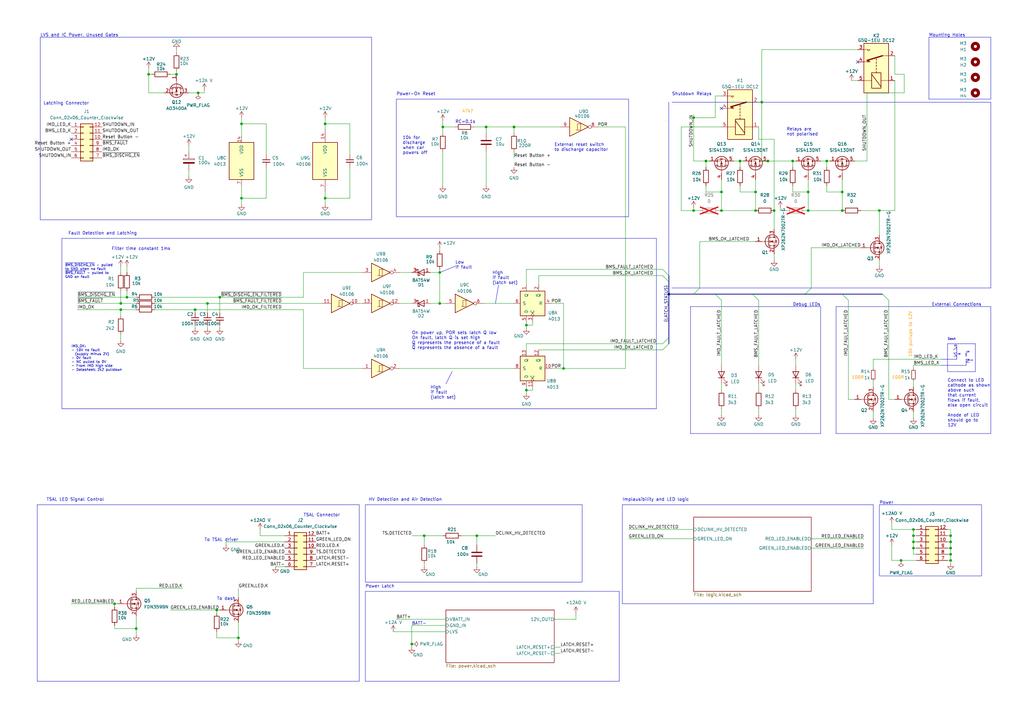
<source format=kicad_sch>
(kicad_sch (version 20231120) (generator "eeschema") (generator_version "8.0")
  (paper "A3")
  (title_block (title "TSAL & Latching Integrated") (date "2025-03-23") (company "SUFST - Southampton University Formula Student Team") (comment 1 "Checked By:") (comment 2 "Drawn By: Oliver Taylor, Anthony Tan, Andrew Vas, Ethan Turnbull") (comment 3 "Vehicle: STAG 11"))
  (junction (at 374.65 222.25))
  (junction (at 173.99 219.71))
  (junction (at 52.07 121.92))
  (junction (at 274.32 120.65))
  (junction (at 72.39 30.48))
  (junction (at 195.58 219.71))
  (junction (at 168.91 264.16))
  (junction (at 374.65 219.71))
  (junction (at 331.47 86.36))
  (junction (at 60.96 30.48))
  (junction (at 314.96 66.04))
  (junction (at 97.79 261.62))
  (junction (at 360.68 86.36))
  (junction (at 231.14 151.13))
  (junction (at 49.53 124.46))
  (junction (at 199.39 52.07))
  (junction (at 374.65 224.79))
  (junction (at 389.89 222.25))
  (junction (at 215.9 160.02))
  (junction (at 345.44 78.74))
  (junction (at 80.01 127))
  (junction (at 99.06 50.8))
  (junction (at 49.53 127))
  (junction (at 180.34 124.46))
  (junction (at 81.28 38.1))
  (junction (at 133.35 81.28))
  (junction (at 295.91 86.36))
  (junction (at 210.82 52.07))
  (junction (at 99.06 81.28))
  (junction (at 88.9 250.19))
  (junction (at 331.47 78.74))
  (junction (at 389.89 224.79))
  (junction (at 133.35 50.8))
  (junction (at 374.65 217.17))
  (junction (at 90.17 121.92))
  (junction (at 85.09 124.46))
  (junction (at 181.61 52.07))
  (junction (at 284.48 48.26))
  (junction (at 180.34 111.76))
  (junction (at 339.09 66.04))
  (junction (at 215.9 133.35))
  (junction (at 345.44 86.36))
  (junction (at 309.88 78.74))
  (junction (at 389.89 227.33))
  (junction (at 389.89 219.71))
  (junction (at 289.56 66.04))
  (junction (at 55.88 257.81))
  (junction (at 325.12 66.04))
  (junction (at 309.88 86.36))
  (junction (at 389.89 229.87))
  (junction (at 295.91 78.74))
  (junction (at 369.57 229.87))
  (junction (at 312.42 41.91))
  (junction (at 46.99 247.65))
  (junction (at 303.53 66.04))
  (junction (at 284.48 86.36))
  (junction (at 317.5 86.36))
  (no_connect (at 29.21 57.15))
  (no_connect (at 295.91 44.45))
  (no_connect (at 351.79 25.4))
  (bus_entry (at 271.78 110.49) (size 2.54 2.54))
  (bus_entry (at 330.2 120.65) (size 2.54 -2.54))
  (bus_entry (at 308.61 120.65) (size 2.54 2.54))
  (bus_entry (at 293.37 120.65) (size 2.54 2.54))
  (bus_entry (at 345.44 120.65) (size 2.54 2.54))
  (bus_entry (at 361.95 120.65) (size 2.54 2.54))
  (bus_entry (at 271.78 113.03) (size 2.54 2.54))
  (bus_entry (at 271.78 140.97) (size 2.54 -2.54))
  (bus_entry (at 284.48 120.65) (size 2.54 -2.54))
  (bus_entry (at 271.78 143.51) (size 2.54 -2.54))
  (wire (pts (xy 284.48 86.36) (xy 279.4 86.36)))
  (polyline (pts (xy 381 40.64) (xy 406.4 40.64)))
  (wire (pts (xy 289.56 78.74) (xy 295.91 78.74)))
  (wire (pts (xy 85.09 124.46) (xy 63.5 124.46)))
  (polyline (pts (xy 147.32 279.4) (xy 147.32 207.01)))
  (wire (pts (xy 358.14 168.91) (xy 358.14 171.45)))
  (polyline (pts (xy 342.9 177.8) (xy 406.4 177.8)))
  (wire (pts (xy 365.76 229.87) (xy 369.57 229.87)))
  (wire (pts (xy 257.81 217.17) (xy 284.48 217.17)))
  (wire (pts (xy 231.14 151.13) (xy 231.14 124.46)))
  (wire (pts (xy 374.65 222.25) (xy 374.65 224.79)))
  (wire (pts (xy 227.33 254) (xy 236.22 254)))
  (wire (pts (xy 374.65 219.71) (xy 374.65 222.25)))
  (wire (pts (xy 317.5 104.14) (xy 317.5 106.68)))
  (wire (pts (xy 351.79 20.32) (xy 312.42 20.32)))
  (wire (pts (xy 365.76 223.52) (xy 365.76 229.87)))
  (wire (pts (xy 199.39 52.07) (xy 199.39 54.61)))
  (wire (pts (xy 374.65 227.33) (xy 375.92 227.33)))
  (wire (pts (xy 295.91 78.74) (xy 295.91 73.66)))
  (bus (pts (xy 293.37 120.65) (xy 308.61 120.65)))
  (polyline (pts (xy 254 242.57) (xy 254 279.4)))
  (wire (pts (xy 350.52 163.83) (xy 347.98 163.83)))
  (wire (pts (xy 143.51 50.8) (xy 143.51 63.5)))
  (bus (pts (xy 274.32 138.43) (xy 274.32 140.97)))
  (wire (pts (xy 77.47 69.85) (xy 77.47 72.39)))
  (wire (pts (xy 92.71 222.25) (xy 116.84 222.25)))
  (wire (pts (xy 370.84 30.48) (xy 370.84 38.1)))
  (wire (pts (xy 180.34 124.46) (xy 182.88 124.46)))
  (wire (pts (xy 339.09 76.2) (xy 339.09 78.74)))
  (wire (pts (xy 227.33 267.97) (xy 229.87 267.97)))
  (wire (pts (xy 148.59 124.46) (xy 147.32 124.46)))
  (wire (pts (xy 85.09 124.46) (xy 132.08 124.46)))
  (wire (pts (xy 293.37 39.37) (xy 295.91 39.37)))
  (wire (pts (xy 218.44 133.35) (xy 215.9 133.35)))
  (wire (pts (xy 74.93 241.3) (xy 55.88 241.3)))
  (wire (pts (xy 309.88 78.74) (xy 309.88 73.66)))
  (wire (pts (xy 389.89 224.79) (xy 389.89 227.33)))
  (wire (pts (xy 80.01 127) (xy 80.01 128.27)))
  (wire (pts (xy 365.76 217.17) (xy 374.65 217.17)))
  (wire (pts (xy 55.88 252.73) (xy 55.88 257.81)))
  (wire (pts (xy 388.62 217.17) (xy 389.89 217.17)))
  (wire (pts (xy 326.39 157.48) (xy 326.39 160.02)))
  (wire (pts (xy 49.53 119.38) (xy 49.53 124.46)))
  (wire (pts (xy 375.92 222.25) (xy 374.65 222.25)))
  (polyline (pts (xy 396.24 144.78) (xy 396.24 146.05)) (stroke (width 0) (type solid)))
  (wire (pts (xy 163.83 151.13) (xy 210.82 151.13)))
  (wire (pts (xy 303.53 76.2) (xy 303.53 78.74)))
  (polyline (pts (xy 342.9 125.73) (xy 406.4 125.73)))
  (wire (pts (xy 284.48 48.26) (xy 284.48 66.04)))
  (wire (pts (xy 325.12 66.04) (xy 326.39 66.04)))
  (wire (pts (xy 295.91 157.48) (xy 295.91 160.02)))
  (wire (pts (xy 46.99 257.81) (xy 55.88 257.81)))
  (wire (pts (xy 326.39 167.64) (xy 326.39 170.18)))
  (wire (pts (xy 311.15 123.19) (xy 311.15 149.86)))
  (wire (pts (xy 180.34 111.76) (xy 180.34 124.46)))
  (wire (pts (xy 195.58 231.14) (xy 195.58 232.41)))
  (polyline (pts (xy 396.24 148.59) (xy 397.51 148.59)) (stroke (width 0) (type solid)))
  (wire (pts (xy 215.9 140.97) (xy 215.9 143.51)))
  (wire (pts (xy 332.74 101.6) (xy 332.74 118.11)))
  (wire (pts (xy 295.91 167.64) (xy 295.91 170.18)))
  (wire (pts (xy 88.9 259.08) (xy 88.9 261.62)))
  (wire (pts (xy 374.65 224.79) (xy 374.65 227.33)))
  (polyline (pts (xy 203.2 124.46) (xy 204.47 116.84)))
  (wire (pts (xy 303.53 66.04) (xy 303.53 68.58)))
  (wire (pts (xy 374.65 156.21) (xy 374.65 158.75)))
  (wire (pts (xy 195.58 219.71) (xy 195.58 223.52)))
  (wire (pts (xy 388.62 229.87) (xy 389.89 229.87)))
  (wire (pts (xy 220.98 113.03) (xy 220.98 116.84)))
  (wire (pts (xy 374.65 149.86) (xy 386.08 149.86)))
  (wire (pts (xy 220.98 143.51) (xy 271.78 143.51)))
  (wire (pts (xy 109.22 68.58) (xy 109.22 81.28)))
  (wire (pts (xy 181.61 62.23) (xy 181.61 76.2)))
  (bus (pts (xy 330.2 120.65) (xy 345.44 120.65)))
  (wire (pts (xy 388.62 227.33) (xy 389.89 227.33)))
  (wire (pts (xy 311.15 167.64) (xy 311.15 170.18)))
  (wire (pts (xy 325.12 76.2) (xy 325.12 78.74)))
  (wire (pts (xy 218.44 158.75) (xy 218.44 160.02)))
  (polyline (pts (xy 25.4 167.64) (xy 269.24 167.64)))
  (wire (pts (xy 332.74 101.6) (xy 353.06 101.6)))
  (wire (pts (xy 99.06 81.28) (xy 99.06 83.82)))
  (wire (pts (xy 303.53 78.74) (xy 309.88 78.74)))
  (wire (pts (xy 388.62 219.71) (xy 389.89 219.71)))
  (wire (pts (xy 133.35 78.74) (xy 133.35 81.28)))
  (wire (pts (xy 83.82 38.1) (xy 81.28 38.1)))
  (wire (pts (xy 309.88 78.74) (xy 309.88 86.36)))
  (polyline (pts (xy 386.08 149.86) (xy 396.24 149.86)) (stroke (width 0) (type solid)))
  (wire (pts (xy 99.06 48.26) (xy 99.06 50.8)))
  (wire (pts (xy 317.5 57.15) (xy 317.5 86.36)))
  (wire (pts (xy 349.25 33.02) (xy 351.79 33.02)))
  (wire (pts (xy 46.99 256.54) (xy 46.99 257.81)))
  (wire (pts (xy 210.82 52.07) (xy 229.87 52.07)))
  (wire (pts (xy 339.09 66.04) (xy 340.36 66.04)))
  (wire (pts (xy 364.49 123.19) (xy 364.49 163.83)))
  (wire (pts (xy 312.42 41.91) (xy 312.42 66.04)))
  (wire (pts (xy 332.74 220.98) (xy 354.33 220.98)))
  (wire (pts (xy 331.47 78.74) (xy 331.47 73.66)))
  (wire (pts (xy 31.75 121.92) (xy 52.07 121.92)))
  (wire (pts (xy 227.33 265.43) (xy 229.87 265.43)))
  (wire (pts (xy 99.06 50.8) (xy 99.06 55.88)))
  (wire (pts (xy 80.01 127) (xy 124.46 127)))
  (wire (pts (xy 176.53 124.46) (xy 180.34 124.46)))
  (wire (pts (xy 374.65 217.17) (xy 374.65 219.71)))
  (bus (pts (xy 274.32 115.57) (xy 274.32 120.65)))
  (wire (pts (xy 360.68 86.36) (xy 360.68 96.52)))
  (polyline (pts (xy 392.43 144.78) (xy 392.43 142.24)) (stroke (width 0) (type solid)))
  (wire (pts (xy 49.53 127) (xy 49.53 129.54)))
  (wire (pts (xy 320.04 86.36) (xy 322.58 86.36)))
  (wire (pts (xy 317.5 86.36) (xy 317.5 93.98)))
  (wire (pts (xy 218.44 160.02) (xy 215.9 160.02)))
  (wire (pts (xy 168.91 264.16) (xy 168.91 265.43)))
  (polyline (pts (xy 396.24 147.32) (xy 396.24 148.59)) (stroke (width 0) (type solid)))
  (polyline (pts (xy 147.32 207.01) (xy 15.24 207.01)))
  (wire (pts (xy 133.35 50.8) (xy 143.51 50.8)))
  (wire (pts (xy 88.9 251.46) (xy 88.9 250.19)))
  (wire (pts (xy 284.48 46.99) (xy 284.48 48.26)))
  (wire (pts (xy 60.96 30.48) (xy 62.23 30.48)))
  (wire (pts (xy 374.65 219.71) (xy 375.92 219.71)))
  (wire (pts (xy 287.02 99.06) (xy 309.88 99.06)))
  (wire (pts (xy 374.65 224.79) (xy 375.92 224.79)))
  (wire (pts (xy 215.9 133.35) (xy 215.9 134.62)))
  (wire (pts (xy 77.47 38.1) (xy 81.28 38.1)))
  (wire (pts (xy 284.48 66.04) (xy 289.56 66.04)))
  (wire (pts (xy 325.12 78.74) (xy 331.47 78.74)))
  (wire (pts (xy 148.59 151.13) (xy 124.46 151.13)))
  (wire (pts (xy 331.47 78.74) (xy 331.47 86.36)))
  (wire (pts (xy 176.53 111.76) (xy 180.34 111.76)))
  (wire (pts (xy 367.03 33.02) (xy 367.03 86.36)))
  (wire (pts (xy 83.82 36.83) (xy 83.82 38.1)))
  (wire (pts (xy 109.22 50.8) (xy 109.22 63.5)))
  (wire (pts (xy 311.15 57.15) (xy 317.5 57.15)))
  (wire (pts (xy 198.12 124.46) (xy 210.82 124.46)))
  (wire (pts (xy 358.14 147.32) (xy 358.14 151.13)))
  (polyline (pts (xy 406.4 177.8) (xy 406.4 125.73)))
  (wire (pts (xy 311.15 52.07) (xy 311.15 57.15)))
  (wire (pts (xy 358.14 156.21) (xy 358.14 158.75)))
  (polyline (pts (xy 392.43 142.24) (xy 392.43 143.51)) (stroke (width 0) (type solid)))
  (wire (pts (xy 257.81 220.98) (xy 284.48 220.98)))
  (wire (pts (xy 287.02 99.06) (xy 287.02 118.11)))
  (wire (pts (xy 388.62 224.79) (xy 389.89 224.79)))
  (wire (pts (xy 162.56 254) (xy 182.88 254)))
  (wire (pts (xy 31.75 124.46) (xy 49.53 124.46)))
  (polyline (pts (xy 391.16 146.05) (xy 392.43 146.05)) (stroke (width 0) (type solid)))
  (wire (pts (xy 311.15 157.48) (xy 311.15 160.02)))
  (wire (pts (xy 389.89 222.25) (xy 389.89 224.79)))
  (bus (pts (xy 274.32 120.65) (xy 284.48 120.65)))
  (wire (pts (xy 90.17 121.92) (xy 63.5 121.92)))
  (wire (pts (xy 312.42 20.32) (xy 312.42 41.91)))
  (wire (pts (xy 180.34 101.6) (xy 180.34 102.87)))
  (wire (pts (xy 148.59 111.76) (xy 124.46 111.76)))
  (wire (pts (xy 173.99 219.71) (xy 181.61 219.71)))
  (wire (pts (xy 46.99 247.65) (xy 48.26 247.65)))
  (wire (pts (xy 168.91 256.54) (xy 168.91 264.16)))
  (wire (pts (xy 355.6 38.1) (xy 355.6 66.04)))
  (wire (pts (xy 309.88 86.36) (xy 295.91 86.36)))
  (wire (pts (xy 55.88 257.81) (xy 55.88 260.35)))
  (polyline (pts (xy 381 15.24) (xy 381 40.64)))
  (polyline (pts (xy 15.24 279.4) (xy 147.32 279.4)))
  (polyline (pts (xy 25.4 97.79) (xy 25.4 167.64)))
  (wire (pts (xy 256.54 151.13) (xy 231.14 151.13)))
  (polyline (pts (xy 406.4 41.91) (xy 406.4 118.11)))
  (wire (pts (xy 133.35 81.28) (xy 143.51 81.28)))
  (wire (pts (xy 226.06 124.46) (xy 231.14 124.46)))
  (polyline (pts (xy 15.24 207.01) (xy 15.24 279.4)))
  (wire (pts (xy 97.79 261.62) (xy 97.79 255.27)))
  (polyline (pts (xy 269.24 97.79) (xy 269.24 167.64)))
  (wire (pts (xy 389.89 229.87) (xy 389.89 231.14)))
  (wire (pts (xy 289.56 68.58) (xy 289.56 66.04)))
  (wire (pts (xy 124.46 111.76) (xy 124.46 121.92)))
  (polyline (pts (xy 392.43 144.78) (xy 392.43 146.05)) (stroke (width 0) (type solid)))
  (wire (pts (xy 181.61 52.07) (xy 181.61 54.61)))
  (polyline (pts (xy 283.21 125.73) (xy 336.55 125.73)))
  (wire (pts (xy 279.4 52.07) (xy 295.91 52.07)))
  (bus (pts (xy 274.32 120.65) (xy 274.32 138.43)))
  (wire (pts (xy 369.57 229.87) (xy 375.92 229.87)))
  (wire (pts (xy 60.96 38.1) (xy 67.31 38.1)))
  (polyline (pts (xy 388.62 152.4) (xy 400.05 152.4)))
  (polyline (pts (xy 269.24 97.79) (xy 25.4 97.79)))
  (wire (pts (xy 180.34 110.49) (xy 180.34 111.76)))
  (polyline (pts (xy 358.14 247.65) (xy 255.27 247.65)))
  (wire (pts (xy 181.61 49.53) (xy 181.61 52.07)))
  (wire (pts (xy 77.47 59.69) (xy 77.47 62.23)))
  (wire (pts (xy 215.9 110.49) (xy 271.78 110.49)))
  (polyline (pts (xy 358.14 207.01) (xy 358.14 247.65)))
  (wire (pts (xy 210.82 62.23) (xy 210.82 64.77)))
  (wire (pts (xy 163.83 111.76) (xy 168.91 111.76)))
  (wire (pts (xy 236.22 251.46) (xy 236.22 254)))
  (wire (pts (xy 199.39 52.07) (xy 210.82 52.07)))
  (polyline (pts (xy 275.59 41.91) (xy 406.4 41.91)))
  (wire (pts (xy 347.98 123.19) (xy 347.98 163.83)))
  (polyline (pts (xy 149.86 242.57) (xy 254 242.57)))
  (wire (pts (xy 143.51 81.28) (xy 143.51 68.58)))
  (wire (pts (xy 350.52 66.04) (xy 355.6 66.04)))
  (wire (pts (xy 284.48 85.09) (xy 284.48 86.36)))
  (polyline (pts (xy 391.16 144.78) (xy 392.43 144.78)) (stroke (width 0) (type solid)))
  (wire (pts (xy 168.91 219.71) (xy 173.99 219.71)))
  (wire (pts (xy 46.99 247.65) (xy 46.99 248.92)))
  (wire (pts (xy 326.39 147.32) (xy 326.39 149.86)))
  (wire (pts (xy 345.44 86.36) (xy 331.47 86.36)))
  (wire (pts (xy 163.83 124.46) (xy 168.91 124.46)))
  (wire (pts (xy 195.58 219.71) (xy 203.2 219.71)))
  (wire (pts (xy 215.9 140.97) (xy 271.78 140.97)))
  (wire (pts (xy 374.65 168.91) (xy 374.65 171.45)))
  (wire (pts (xy 389.89 227.33) (xy 389.89 229.87)))
  (polyline (pts (xy 283.21 177.8) (xy 336.55 177.8)))
  (wire (pts (xy 60.96 27.94) (xy 60.96 30.48)))
  (wire (pts (xy 374.65 149.86) (xy 374.65 151.13)))
  (wire (pts (xy 364.49 163.83) (xy 367.03 163.83)))
  (wire (pts (xy 49.53 127) (xy 55.88 127)))
  (wire (pts (xy 85.09 124.46) (xy 85.09 128.27)))
  (wire (pts (xy 279.4 86.36) (xy 279.4 52.07)))
  (wire (pts (xy 293.37 48.26) (xy 293.37 39.37)))
  (wire (pts (xy 97.79 245.11) (xy 97.79 241.3)))
  (wire (pts (xy 215.9 158.75) (xy 215.9 160.02)))
  (wire (pts (xy 370.84 38.1) (xy 355.6 38.1)))
  (wire (pts (xy 52.07 121.92) (xy 55.88 121.92)))
  (wire (pts (xy 63.5 127) (xy 80.01 127)))
  (polyline (pts (xy 396.24 144.78) (xy 396.24 146.05)) (stroke (width 0) (type solid)))
  (polyline (pts (xy 342.9 125.73) (xy 342.9 177.8)))
  (wire (pts (xy 284.48 86.36) (xy 287.02 86.36)))
  (wire (pts (xy 256.54 52.07) (xy 256.54 151.13)))
  (wire (pts (xy 49.53 124.46) (xy 55.88 124.46)))
  (wire (pts (xy 332.74 224.79) (xy 354.33 224.79)))
  (wire (pts (xy 320.04 85.09) (xy 320.04 86.36)))
  (polyline (pts (xy 255.27 207.01) (xy 358.14 207.01)))
  (polyline (pts (xy 396.24 146.05) (xy 396.24 144.78)) (stroke (width 0) (type solid)))
  (wire (pts (xy 353.06 86.36) (xy 360.68 86.36)))
  (wire (pts (xy 72.39 29.21) (xy 72.39 30.48)))
  (wire (pts (xy 90.17 133.35) (xy 90.17 134.62)))
  (wire (pts (xy 289.56 66.04) (xy 290.83 66.04)))
  (wire (pts (xy 295.91 123.19) (xy 295.91 149.86)))
  (wire (pts (xy 161.29 259.08) (xy 182.88 259.08)))
  (wire (pts (xy 69.85 30.48) (xy 72.39 30.48)))
  (wire (pts (xy 245.11 52.07) (xy 256.54 52.07)))
  (wire (pts (xy 181.61 52.07) (xy 186.69 52.07)))
  (wire (pts (xy 215.9 132.08) (xy 215.9 133.35)))
  (wire (pts (xy 345.44 78.74) (xy 345.44 73.66)))
  (polyline (pts (xy 274.32 41.91) (xy 274.32 118.11)))
  (polyline (pts (xy 392.43 142.24) (xy 391.16 143.51)) (stroke (width 0) (type solid)))
  (wire (pts (xy 52.07 119.38) (xy 52.07 121.92)))
  (polyline (pts (xy 254 279.4) (xy 149.86 279.4)))
  (wire (pts (xy 339.09 78.74) (xy 345.44 78.74)))
  (wire (pts (xy 85.09 133.35) (xy 85.09 134.62)))
  (wire (pts (xy 389.89 219.71) (xy 389.89 222.25)))
  (wire (pts (xy 133.35 53.34) (xy 133.35 50.8)))
  (wire (pts (xy 215.9 160.02) (xy 215.9 161.29)))
  (bus (pts (xy 308.61 120.65) (xy 330.2 120.65)))
  (wire (pts (xy 49.53 111.76) (xy 49.53 109.22)))
  (polyline (pts (xy 400.05 152.4) (xy 400.05 140.97)))
  (wire (pts (xy 90.17 121.92) (xy 124.46 121.92)))
  (wire (pts (xy 300.99 66.04) (xy 303.53 66.04)))
  (wire (pts (xy 133.35 48.26) (xy 133.35 50.8)))
  (wire (pts (xy 365.76 217.17) (xy 365.76 214.63)))
  (wire (pts (xy 168.91 256.54) (xy 182.88 256.54)))
  (wire (pts (xy 92.71 222.25) (xy 92.71 223.52)))
  (polyline (pts (xy 388.62 140.97) (xy 400.05 140.97)))
  (wire (pts (xy 388.62 222.25) (xy 389.89 222.25)))
  (wire (pts (xy 345.44 78.74) (xy 345.44 86.36)))
  (wire (pts (xy 336.55 66.04) (xy 339.09 66.04)))
  (wire (pts (xy 220.98 113.03) (xy 271.78 113.03)))
  (wire (pts (xy 312.42 41.91) (xy 311.15 41.91)))
  (wire (pts (xy 199.39 62.23) (xy 199.39 76.2)))
  (bus (pts (xy 274.32 113.03) (xy 274.32 115.57)))
  (wire (pts (xy 55.88 241.3) (xy 55.88 242.57)))
  (wire (pts (xy 106.68 217.17) (xy 106.68 219.71)))
  (wire (pts (xy 312.42 66.04) (xy 314.96 66.04)))
  (wire (pts (xy 314.96 66.04) (xy 325.12 66.04)))
  (wire (pts (xy 226.06 151.13) (xy 231.14 151.13)))
  (polyline (pts (xy 182.88 157.48) (xy 185.42 152.4)))
  (wire (pts (xy 330.2 86.36) (xy 331.47 86.36)))
  (wire (pts (xy 99.06 76.2) (xy 99.06 81.28)))
  (wire (pts (xy 367.03 86.36) (xy 360.68 86.36)))
  (wire (pts (xy 218.44 132.08) (xy 218.44 133.35)))
  (polyline (pts (xy 283.21 125.73) (xy 283.21 177.8)))
  (polyline (pts (xy 381 15.24) (xy 406.4 15.24)))
  (wire (pts (xy 374.65 217.17) (xy 375.92 217.17)))
  (bus (pts (xy 345.44 120.65) (xy 361.95 120.65)))
  (wire (pts (xy 69.85 250.19) (xy 88.9 250.19)))
  (wire (pts (xy 133.35 81.28) (xy 133.35 83.82)))
  (wire (pts (xy 289.56 76.2) (xy 289.56 78.74)))
  (wire (pts (xy 294.64 86.36) (xy 295.91 86.36)))
  (wire (pts (xy 189.23 219.71) (xy 195.58 219.71)))
  (wire (pts (xy 97.79 261.62) (xy 97.79 262.89)))
  (wire (pts (xy 303.53 66.04) (xy 304.8 66.04)))
  (wire (pts (xy 215.9 110.49) (xy 215.9 116.84)))
  (wire (pts (xy 124.46 151.13) (xy 124.46 127)))
  (polyline (pts (xy 386.08 147.32) (xy 392.43 147.32)) (stroke (width 0) (type solid)))
  (wire (pts (xy 99.06 50.8) (xy 109.22 50.8)))
  (polyline (pts (xy 392.43 146.05) (xy 392.43 147.32)) (stroke (width 0) (type solid)))
  (wire (pts (xy 325.12 68.58) (xy 325.12 66.04)))
  (wire (pts (xy 358.14 147.32) (xy 386.08 147.32)))
  (wire (pts (xy 60.96 30.48) (xy 60.96 38.1)))
  (wire (pts (xy 389.89 219.71) (xy 389.89 217.17)))
  (polyline (pts (xy 396.24 148.59) (xy 396.24 149.86)) (stroke (width 0) (type solid)))
  (wire (pts (xy 173.99 231.14) (xy 173.99 232.41)))
  (wire (pts (xy 194.31 52.07) (xy 199.39 52.07)))
  (wire (pts (xy 173.99 219.71) (xy 173.99 223.52)))
  (wire (pts (xy 284.48 48.26) (xy 293.37 48.26)))
  (wire (pts (xy 52.07 109.22) (xy 52.07 111.76)))
  (polyline (pts (xy 336.55 177.8) (xy 336.55 125.73)))
  (wire (pts (xy 210.82 52.07) (xy 210.82 54.61)))
  (polyline (pts (xy 406.4 40.64) (xy 406.4 15.24)))
  (polyline (pts (xy 406.4 118.11) (xy 275.59 118.11)))
  (wire (pts (xy 113.03 232.41) (xy 116.84 232.41)))
  (polyline (pts (xy 391.16 144.78) (xy 392.43 146.05)) (stroke (width 0) (type solid)))
  (wire (pts (xy 106.68 219.71) (xy 116.84 219.71)))
  (wire (pts (xy 88.9 250.19) (xy 90.17 250.19)))
  (wire (pts (xy 80.01 133.35) (xy 80.01 134.62)))
  (polyline (pts (xy 149.86 242.57) (xy 149.86 279.4)))
  (wire (pts (xy 49.53 137.16) (xy 49.53 139.7)))
  (wire (pts (xy 88.9 261.62) (xy 97.79 261.62)))
  (polyline (pts (xy 255.27 207.01) (xy 255.27 247.65)))
  (wire (pts (xy 367.03 22.86) (xy 367.03 30.48)))
  (wire (pts (xy 360.68 106.68) (xy 360.68 109.22)))
  (wire (pts (xy 295.91 78.74) (xy 295.91 86.36)))
  (polyline (pts (xy 180.34 111.76) (xy 186.69 109.22)))
  (polyline (pts (xy 388.62 140.97) (xy 388.62 152.4)))
  (wire (pts (xy 367.03 30.48) (xy 370.84 30.48)))
  (bus (pts (xy 284.48 120.65) (xy 293.37 120.65)))
  (wire (pts (xy 339.09 66.04) (xy 339.09 68.58)))
  (wire (pts (xy 29.21 247.65) (xy 46.99 247.65)))
  (wire (pts (xy 31.75 127) (xy 49.53 127)))
  (polyline (pts (xy 396.24 147.32) (xy 397.51 147.32)) (stroke (width 0) (type solid)))
  (polyline (pts (xy 397.51 147.32) (xy 396.24 148.59)) (stroke (width 0) (type solid)))
  (wire (pts (xy 90.17 121.92) (xy 90.17 128.27)))
  (wire (pts (xy 99.06 81.28) (xy 109.22 81.28)))
  (wire (pts (xy 72.39 20.32) (xy 72.39 21.59)))
  (rectangle (start 273.05 49.53) (end 273.05 49.53))
  (rectangle (start 360.68 207.01) (end 402.59 236.22))
  (rectangle (start 16.51 15.24) (end 152.4 90.17))
  (rectangle (start 149.86 207.01) (end 238.76 238.76))
  (rectangle (start 162.56 40.64) (end 257.81 88.9))
  (text "→\n" (at 392.43 146.05 0) (effects (font (size 1.27 1.27)) (justify left bottom)))
  (text "Power-On Reset" (at 162.56 39.37 0) (effects (font (size 1.27 1.27)) (justify left bottom)))
  (text "IMD_OK:\n- 10V no fault\n  (supply minus 2V)\n- 0V fault\n- NC pulled to 0V\n- From IMD high side\n- Datasheet: 2k2 pulldown\n" (at 29.21 152.4 0) (effects (font (size 1 1)) (justify left bottom)))
  (text "Latching Connector" (at 17.78 43.18 0) (effects (font (size 1.27 1.27)) (justify left bottom)))
  (text "12V" (at 391.16 142.24 0) (effects (font (size 0.5 0.5)) (justify left bottom)))
  (text "HV Detection and Air Detection\n" (at 151.13 205.74 0) (effects (font (size 1.27 1.27)) (justify left bottom)))
  (text "Low\nif fault" (at 186.69 110.49 0) (effects (font (size 1.27 1.27)) (justify left bottom)))
  (text "TSAL Connector" (at 124.46 212.09 0) (effects (font (size 1.27 1.27)) (justify left bottom)))
  (text "High\nif fault\n(latch set)\n" (at 201.93 116.84 0) (effects (font (size 1.27 1.27)) (justify left bottom)))
  (text "Filter time constant 1ms" (at 45.72 102.87 0) (effects (font (size 1.27 1.27)) (justify left bottom)))
  (text "Debug LEDs" (at 336.55 125.73 0) (effects (font (size 1.27 1.27)) (justify right bottom)))
  (text "Implausibility and LED logic\n" (at 255.27 205.74 0) (effects (font (size 1.27 1.27)) (justify left bottom)))
  (text "→\n" (at 396.24 148.59 0) (effects (font (size 1.27 1.27)) (justify left bottom)))
  (text "Relays are \nnot polarised" (at 322.58 55.88 0) (effects (font (size 1.27 1.27)) (justify left bottom)))
  (text "BATT-" (at 168.91 256.54 0) (effects (font (size 1.27 1.27)) (justify left bottom)))
  (text "NOTE:\n\n12p connectoes must be keyed\nto avoid mis-insertion. Check\nnew TRC for already used pins\nfor keys.\n\nMay consider reused keys for\nboards not in same enclosure" (at -74.93 34.29 0) (effects (font (size 2.54 2.54)) (justify left top)))
  (text "Shutdown Relays" (at 275.59 39.37 0) (effects (font (size 1.27 1.27)) (justify left bottom)))
  (text "To dash" (at 88.9 246.38 0) (effects (font (size 1.27 1.27)) (justify left bottom)))
  (text "47k?" (at 191.77 45.72 0) (effects (font (size 1.27 1.27))))
  (text "Connect to LED\ncathode as shown\nabove such\nthat current \nflows if fault,\nelse open circuit\n\nAnode of LED\nshould go to \n12V" (at 388.62 175.26 0) (effects (font (size 1.27 1.27)) (justify left bottom)))
  (text "→\n" (at 397.51 148.59 0) (effects (font (size 1.27 1.27)) (justify left bottom)))
  (text "12V" (at 396.24 144.78 0) (effects (font (size 0.5 0.5)) (justify left bottom)))
  (text "External reset switch\nto discharge capacitor" (at 227.33 62.23 0) (effects (font (size 1.27 1.27)) (justify left bottom)))
  (text "Power" (at 360.68 207.01 0) (effects (font (size 1.27 1.27)) (justify left bottom)))
  (text "100R" (at 351.79 154.94 0) (effects (font (size 1.27 1.27))))
  (text "TSAL LED Signal Control" (at 19.05 205.74 0) (effects (font (size 1.27 1.27)) (justify left bottom)))
  (text "LVS and IC Power, Unused Gates" (at 16.51 15.24 0) (effects (font (size 1.27 1.27)) (justify left bottom)))
  (text "10k for\ndischarge\nwhen car \npowers off" (at 165.1 63.5 0) (effects (font (size 1.27 1.27)) (justify left bottom)))
  (text "~{BMS_DISCHG_EN} - pulled\nto GND when no fault\n~{BMS_FAULT} - pulled to\nGND on fault\n" (at 26.67 114.3 0) (effects (font (size 1 1)) (justify left bottom)))
  (text "High\nif fault\n(latch set)" (at 176.53 163.83 0) (effects (font (size 1.27 1.27)) (justify left bottom)))
  (text "On power up, POR sets latch Q low\nOn fault, latch Q is set high\nQ represents the presence of a fault\n~{Q} represents the absence of a fault" (at 168.91 143.51 0) (effects (font (size 1.27 1.27)) (justify left bottom)))
  (text "RC=0.1s" (at 186.69 50.8 0) (effects (font (size 1.27 1.27)) (justify left bottom)))
  (text "Fault Detection and Latching" (at 27.94 96.52 0) (effects (font (size 1.27 1.27)) (justify left bottom)))
  (text "Dash" (at 388.62 139.7 0) (effects (font (size 0.9 0.9)) (justify left bottom)))
  (text "Power Latch" (at 149.86 241.3 0) (effects (font (size 1.27 1.27)) (justify left bottom)))
  (text "→\n" (at 392.43 146.05 0) (effects (font (size 1.27 1.27)) (justify left bottom)))
  (text "External Connections" (at 402.59 125.73 0) (effects (font (size 1.27 1.27)) (justify right bottom)))
  (text "Mounting Holes" (at 381 15.24 0) (effects (font (size 1.27 1.27)) (justify left bottom)))
  (text "100R" (at 368.3 154.94 0) (effects (font (size 1.27 1.27))))
  (text "To TSAL driver" (at 83.82 222.25 0) (effects (font (size 1.27 1.27)) (justify left bottom)))
  (text "10k pullups to 12V" (at 373.38 137.16 90) (effects (font (size 1.27 1.27))))
  (label "DCLINK_HV_DETECTED" (at 257.81 217.17 0))
  (label "SHUTDOWN_OUT" (at 41.91 54.61 0))
  (label "POR" (at 226.06 151.13 0))
  (label "BMS_LED_K" (at 374.65 149.86 0))
  (label "BMS_FAULT_LATCHED" (at 311.15 127 270))
  (label "GREEN.LED.K" (at 97.79 241.3 0))
  (label "{LATCH_STATUS}" (at 274.32 116.84 270))
  (label "BMS_FAULT_LATCHED" (at 364.49 127 270))
  (label "SHUTDOWN_OUT" (at 29.21 62.23 180))
  (label "BMS_FAULT_LATCHED" (at 267.97 110.49 180))
  (label "RED_LED_ENABLED" (at 116.84 229.87 180))
  (label "RED_LED_ENABLED" (at 354.33 220.98 180))
  (label "LATCH.RESET+" (at 229.87 265.43 0))
  (label "IMD_OK_LATCHED" (at 353.06 101.6 180))
  (label "~{BMS_DISCHG_EN_FILTERED}" (at 115.57 121.92 180))
  (label "IMD_OK_FILTERED" (at 115.57 127 180))
  (label "SHUTDOWN_OUT" (at 355.6 46.99 270))
  (label "IMD_OK" (at 31.75 127 0))
  (label "IMD_FAULT_LATCHED" (at 269.24 140.97 180))
  (label "SHUTDOWN_IN" (at 41.91 52.07 0))
  (label "BMS_LED_K" (at 29.21 54.61 180))
  (label "~{BMS_FAULT}" (at 31.75 124.46 0))
  (label "GREEN_LED_ENABLED" (at 116.84 227.33 180))
  (label "~{BMS_FAULT_FILTERED}" (at 115.57 124.46 180))
  (label "GREEN.LED.K" (at 116.84 224.79 180))
  (label "LATCH.RESET+" (at 129.54 232.41 0))
  (label "~{BMS_FAULT}" (at 41.91 59.69 0))
  (label "BATT+" (at 162.56 254 0))
  (label "GREEN_LED_ENABLED" (at 69.85 250.19 0))
  (label "POR" (at 226.06 124.46 0))
  (label "IMD_LED_K" (at 374.65 147.32 0))
  (label "Reset Button +" (at 29.21 59.69 180))
  (label "GREEN_LED_ON" (at 257.81 220.98 0))
  (label "BATT-" (at 116.84 232.41 180))
  (label "DCLINK_HV_DETECTED" (at 203.2 219.71 0))
  (label "RED.LED.K" (at 74.93 241.3 180))
  (label "IMD_FAULT_LATCHED" (at 347.98 127 270))
  (label "Reset Button +" (at 210.82 64.77 0))
  (label "GREEN_LED_ON" (at 129.54 222.25 0))
  (label "IMD_LED_K" (at 29.21 52.07 180))
  (label "IMD_OK_LATCHED" (at 267.97 143.51 180))
  (label "BMS_OK_LATCHED" (at 267.97 113.03 180))
  (label "IMD_FAULT_LATCHED" (at 295.91 127 270))
  (label "TS.DETECTED" (at 129.54 227.33 0))
  (label "Reset Button -" (at 41.91 57.15 0))
  (label "Reset Button -" (at 210.82 68.58 0))
  (label "~{BMS_DISCHG_EN}" (at 41.91 64.77 0))
  (label "SHUTDOWN_IN" (at 29.21 64.77 180))
  (label "RED_LED_ENABLED" (at 29.21 247.65 0))
  (label "~{BMS_DISCHG_EN}" (at 31.75 121.92 0))
  (label "TS.DETECTED" (at 168.91 219.71 180))
  (label "BATT+" (at 129.54 219.71 0))
  (label "GREEN_LED_ENABLED" (at 354.33 224.79 180))
  (label "LATCH.RESET-" (at 129.54 229.87 0))
  (label "BMS_OK_LATCHED" (at 307.34 99.06 180))
  (label "IMD_OK" (at 41.91 62.23 0))
  (label "LATCH.RESET-" (at 229.87 267.97 0))
  (label "SHUTDOWN_IN" (at 284.48 46.99 270))
  (label "RED.LED.K" (at 129.54 224.79 0))
  (label "POR" (at 245.11 52.07 0))
  (symbol (lib_id "4xxx:40106") (at 156.21 151.13 0) (unit 1)
    (property "Reference" "U9" (at 156.21 143.51 0))
    (property "Value" "40106" (at 156.21 146.05 0))
    (property "Footprint" "Package_SO:SOIC-14_3.9x8.7mm_P1.27mm" (effects (hide yes)))
    (property "Datasheet" "https://assets.nexperia.com/documents/data-sheet/HEF40106B.pdf" (effects (hide yes)))
    (property "Order Code" "771-HEF40106BTD-T" (effects (hide yes)))
    (property "Supplier" "Mouser" (effects (hide yes)))
  )
  (symbol (lib_id "4xxx:4013") (at 218.44 151.13 90) (unit 2)
    (property "Reference" "U8" (at 224.155 156.21 90) (effects (justify right)))
    (property "Value" "4013" (at 224.155 158.75 90) (effects (justify right)))
    (property "Footprint" "Package_SO:SOIC-14_3.9x8.7mm_P1.27mm" (effects (hide yes)))
    (property "Datasheet" "http://www.onsemi.com/pub/Collateral/MC14013B-D.PDF" (effects (hide yes)))
    (property "Order Code" "863-MC14013BDR2G" (effects (hide yes)))
    (property "Supplier" "Mouser" (effects (hide yes)))
  )
  (symbol (lib_id "power:GND") (at 358.14 171.45 0) (unit 1)
    (property "Reference" "#PWR029" (effects (hide yes)))
    (property "Value" "GND" (at 358.14 175.26 0))
  )
  (symbol (lib_id "Device:C_Small") (at 109.22 66.04 0) (mirror y) (unit 1)
    (property "Reference" "C5" (at 114.3 64.77 0) (effects (justify left)))
    (property "Value" "100n" (at 116.84 67.31 0) (effects (justify left)))
    (property "Footprint" "Capacitor_SMD:C_0805_2012Metric_Pad1.18x1.45mm_HandSolder" (effects (hide yes)))
  )
  (symbol (lib_id "power:GND") (at 215.9 134.62 0) (unit 1)
    (property "Reference" "#PWR019" (effects (hide yes)))
    (property "Value" "GND" (at 212.725 137.795 0))
  )
  (symbol (lib_id "power:+12V") (at 106.68 217.17 0) (unit 1)
    (property "Reference" "#PWR057" (effects (hide yes)))
    (property "Value" "+12AO V" (at 106.68 213.36 0))
  )
  (symbol (lib_id "Device:R") (at 349.25 86.36 90) (unit 1)
    (property "Reference" "R32" (at 349.25 80.01 90))
    (property "Value" "0" (at 349.25 82.55 90))
    (property "Footprint" "Resistor_SMD:R_0805_2012Metric_Pad1.20x1.40mm_HandSolder" (effects (hide yes)))
  )
  (symbol (lib_id "power:PWR_FLAG") (at 168.91 264.16 270) (unit 1)
    (property "Reference" "#FLG03" (effects (hide yes)))
    (property "Value" "PWR_FLAG" (at 172.085 264.1599 90) (effects (justify left)))
  )
  (symbol (lib_id "Device:LED") (at 326.39 153.67 90) (unit 1)
    (property "Reference" "D6" (at 330.2 153.67 90) (effects (justify right)))
    (property "Value" "LED" (at 330.2 156.21 90) (effects (justify right)))
    (property "Footprint" "LED_SMD:LED_0805_2012Metric_Pad1.15x1.40mm_HandSolder" (effects (hide yes)))
  )
  (symbol (lib_id "Device:R") (at 325.12 72.39 0) (unit 1)
    (property "Reference" "R29" (at 323.215 71.12 0) (effects (justify right)))
    (property "Value" "10k" (at 323.215 73.66 0) (effects (justify right)))
    (property "Footprint" "Resistor_SMD:R_0805_2012Metric_Pad1.20x1.40mm_HandSolder" (effects (hide yes)))
  )
  (symbol (lib_id "Device:R") (at 290.83 86.36 90) (unit 1) (dnp yes)
    (property "Reference" "R25" (at 290.83 80.01 90))
    (property "Value" "0" (at 290.83 82.55 90))
    (property "Footprint" "Resistor_SMD:R_0805_2012Metric_Pad1.20x1.40mm_HandSolder" (effects (hide yes)))
  )
  (symbol (lib_id "Device:C_Polarized") (at 77.47 66.04 0) (unit 1)
    (property "Reference" "C1" (at 81.28 64.77 0) (effects (justify left)))
    (property "Value" "100u" (at 81.28 66.675 0) (effects (justify left)))
    (property "Footprint" "Capacitor_THT:CP_Radial_D5.0mm_P2.00mm" (effects (hide yes)))
  )
  (symbol (lib_id "power:+12V") (at 133.35 48.26 0) (unit 1)
    (property "Reference" "#PWR013" (effects (hide yes)))
    (property "Value" "+12V" (at 133.35 44.45 0))
  )
  (symbol (lib_id "Device:Q_NMOS_GSD") (at 372.11 163.83 0) (unit 1)
    (property "Reference" "Q4" (at 369.57 168.275 0) (effects (justify left)))
    (property "Value" "XP262N7002TR-G" (at 378.46 175.26 90) (effects (justify left)))
    (property "Footprint" "Package_TO_SOT_SMD:SOT-23" (effects (hide yes)))
    (property "Order Code" "865-XP262N7002TR-G" (effects (hide yes)))
    (property "Supplier" "Mouser" (effects (hide yes)))
  )
  (symbol (lib_id "Device:C") (at 199.39 58.42 0) (unit 1)
    (property "Reference" "C7" (at 203.2 57.15 0) (effects (justify left)))
    (property "Value" "10u" (at 203.2 59.055 0) (effects (justify left)))
    (property "Footprint" "Capacitor_SMD:C_0805_2012Metric_Pad1.18x1.45mm_HandSolder" (effects (hide yes)))
  )
  (symbol (lib_id "Device:R") (at 46.99 252.73 180) (unit 1)
    (property "Reference" "R38" (at 48.26 251.46 0) (effects (justify right)))
    (property "Value" "10k" (at 48.26 253.365 0) (effects (justify right)))
    (property "Footprint" "Resistor_SMD:R_0805_2012Metric_Pad1.20x1.40mm_HandSolder" (effects (hide yes)))
  )
  (symbol (lib_id "Mechanical:MountingHole") (at 400.05 25.4 180) (unit 1) (in_bom no)
    (property "Reference" "H2" (at 396.494 26.6701 0) (effects (justify left)))
    (property "Value" "M3" (at 396.494 24.1301 0) (effects (justify left)))
    (property "Footprint" "MountingHole:MountingHole_3.2mm_M3" (effects (hide yes)))
  )
  (symbol (lib_id "power:GND") (at 97.79 262.89 0) (unit 1)
    (property "Reference" "#PWR034" (effects (hide yes)))
    (property "Value" "GND" (at 101.6 264.795 0))
  )
  (symbol (lib_id "Diode:BAT54W") (at 172.72 111.76 0) (unit 1)
    (property "Reference" "D1" (at 172.72 116.84 0))
    (property "Value" "BAT54W" (at 172.72 114.935 0))
    (property "Footprint" "Package_TO_SOT_SMD:SOT-323_SC-70" (effects (hide yes)))
    (property "Datasheet" "https://assets.nexperia.com/documents/data-sheet/BAT54W_SER.pdf" (effects (hide yes)))
    (property "Order Code" "771-BAT54W-T/R" (effects (hide yes)))
    (property "Supplier" "Mouser" (effects (hide yes)))
  )
  (symbol (lib_id "power:+12V") (at 320.04 85.09 0) (unit 1)
    (property "Reference" "#PWR028" (effects (hide yes)))
    (property "Value" "+12V" (at 320.04 81.28 0))
  )
  (symbol (lib_id "Device:R") (at 49.53 133.35 0) (mirror x) (unit 1)
    (property "Reference" "R2" (at 46.99 132.0799 0) (effects (justify right)))
    (property "Value" "2k2" (at 46.99 134.6199 0) (effects (justify right)))
    (property "Footprint" "Resistor_SMD:R_0805_2012Metric_Pad1.20x1.40mm_HandSolder" (effects (hide yes)))
  )
  (symbol (lib_id "Device:R") (at 303.53 72.39 0) (unit 1)
    (property "Reference" "R27" (at 301.625 71.12 0) (effects (justify right)))
    (property "Value" "10k" (at 301.625 73.66 0) (effects (justify right)))
    (property "Footprint" "Resistor_SMD:R_0805_2012Metric_Pad1.20x1.40mm_HandSolder" (effects (hide yes)))
  )
  (symbol (lib_id "power:+12V") (at 52.07 109.22 0) (unit 1)
    (property "Reference" "#PWR05" (effects (hide yes)))
    (property "Value" "+12V" (at 53.975 105.41 0))
  )
  (symbol (lib_id "SUFST:SiS413DNT") (at 331.47 68.58 270) (mirror x) (unit 1)
    (property "Reference" "Q15" (at 331.47 59.055 90))
    (property "Value" "SiS413DNT" (at 331.47 61.595 90))
    (property "Footprint" "Package_SO:Vishay_PowerPAK_1212-8_Single" (effects (hide yes)))
    (property "Order Code" "78-SIS413DN-T1-GE3 " (effects (hide yes)))
    (property "Supplier" "Mouser" (effects (hide yes)))
  )
  (symbol (lib_id "Device:R") (at 210.82 58.42 0) (mirror y) (unit 1)
    (property "Reference" "R10" (at 213.995 57.785 0))
    (property "Value" "220R" (at 215.265 59.69 0))
    (property "Footprint" "Resistor_SMD:R_0805_2012Metric_Pad1.20x1.40mm_HandSolder" (effects (hide yes)))
  )
  (symbol (lib_id "4xxx:40106") (at 139.7 124.46 0) (unit 5)
    (property "Reference" "U9" (at 142.24 118.11 0))
    (property "Value" "40106" (at 142.24 120.65 0))
    (property "Footprint" "Package_SO:SOIC-14_3.9x8.7mm_P1.27mm" (effects (hide yes)))
    (property "Datasheet" "https://assets.nexperia.com/documents/data-sheet/HEF40106B.pdf" (effects (hide yes)))
    (property "Order Code" "771-HEF40106BTD-T" (effects (hide yes)))
    (property "Supplier" "Mouser" (effects (hide yes)))
  )
  (symbol (lib_id "power:+12V") (at 349.25 33.02 0) (unit 1)
    (property "Reference" "#PWR043" (effects (hide yes)))
    (property "Value" "+12V" (at 349.25 29.21 0))
  )
  (symbol (lib_id "power:+12V") (at 365.76 223.52 0) (unit 1)
    (property "Reference" "#PWR04" (effects (hide yes)))
    (property "Value" "+12V" (at 365.76 219.71 0))
  )
  (symbol (lib_id "power:GND") (at 77.47 72.39 0) (unit 1)
    (property "Reference" "#PWR07" (effects (hide yes)))
    (property "Value" "GND" (at 77.47 76.835 0))
  )
  (symbol (lib_id "Device:R") (at 289.56 72.39 0) (unit 1)
    (property "Reference" "R26" (at 287.655 71.12 0) (effects (justify right)))
    (property "Value" "10k" (at 287.655 73.66 0) (effects (justify right)))
    (property "Footprint" "Resistor_SMD:R_0805_2012Metric_Pad1.20x1.40mm_HandSolder" (effects (hide yes)))
  )
  (symbol (lib_id "power:+12V") (at 77.47 59.69 0) (unit 1)
    (property "Reference" "#PWR06" (effects (hide yes)))
    (property "Value" "+12V" (at 77.47 55.88 0))
  )
  (symbol (lib_id "Device:R") (at 66.04 30.48 270) (unit 1)
    (property "Reference" "R24" (at 68.072 26.416 90) (effects (justify right)))
    (property "Value" "10k" (at 67.818 28.194 90) (effects (justify right)))
    (property "Footprint" "Resistor_SMD:R_0805_2012Metric_Pad1.20x1.40mm_HandSolder" (effects (hide yes)))
  )
  (symbol (lib_id "Device:R") (at 326.39 163.83 0) (unit 1)
    (property "Reference" "R13" (at 328.93 162.5599 0) (effects (justify left)))
    (property "Value" "3k3" (at 328.93 165.0999 0) (effects (justify left)))
    (property "Footprint" "Resistor_SMD:R_0805_2012Metric_Pad1.20x1.40mm_HandSolder" (effects (hide yes)))
  )
  (symbol (lib_id "Connector_Generic:Conn_02x06_Counter_Clockwise") (at 34.29 57.15 0) (unit 1)
    (property "Reference" "J1" (at 35.56 45.72 0))
    (property "Value" "Conn_02x06_Counter_Clockwise" (at 35.56 48.26 0))
    (property "Footprint" "Connector_Molex:Molex_Micro-Fit_3.0_43045-1200_2x06_P3.00mm_Horizontal" (effects (hide yes)))
    (property "Description" "Generic connector, double row, 02x06, counter clockwise pin numbering scheme (similar to DIP package numbering), script generated (kicad-library-utils/schlib/autogen/connector/)" (effects (hide yes)))
  )
  (symbol (lib_id "Relay:G5Q-1") (at 359.41 27.94 90) (unit 1)
    (property "Reference" "K2" (at 359.41 14.605 90))
    (property "Value" "G5Q-1EU DC12" (at 359.41 16.51 90))
    (property "Footprint" "Relay_THT:Relay_SPDT_Omron-G5Q-1" (effects (hide yes)))
    (property "Datasheet" "https://www.omron.com/ecb/products/pdf/en-g5q.pdf" (effects (hide yes)))
    (property "Order Code" "653-G5Q-1-EUDC12" (effects (hide yes)))
    (property "Supplier" "Mouser" (effects (hide yes)))
  )
  (symbol (lib_id "power:PWR_FLAG") (at 369.57 229.87 180) (unit 1)
    (property "Reference" "#FLG01" (effects (hide yes)))
    (property "Value" "PWR_FLAG" (at 369.57 234.95 0))
  )
  (symbol (lib_id "Relay:G5Q-1") (at 303.53 46.99 90) (unit 1)
    (property "Reference" "K1" (at 303.53 33.02 90))
    (property "Value" "G5Q-1EU DC12" (at 303.53 35.56 90))
    (property "Footprint" "Relay_THT:Relay_SPDT_Omron-G5Q-1" (effects (hide yes)))
    (property "Datasheet" "https://www.omron.com/ecb/products/pdf/en-g5q.pdf" (effects (hide yes)))
    (property "Order Code" "653-G5Q-1-EUDC12" (effects (hide yes)))
    (property "Supplier" "Mouser" (effects (hide yes)))
  )
  (symbol (lib_id "Mechanical:MountingHole") (at 400.05 38.1 180) (unit 1) (in_bom no)
    (property "Reference" "H4" (at 396.494 39.3701 0) (effects (justify left)))
    (property "Value" "M3" (at 396.494 36.8301 0) (effects (justify left)))
    (property "Footprint" "MountingHole:MountingHole_3.2mm_M3" (effects (hide yes)))
  )
  (symbol (lib_id "Device:Q_NMOS_GSD") (at 95.25 250.19 0) (unit 1)
    (property "Reference" "Q6" (at 100.965 248.92 0) (effects (justify left)))
    (property "Value" "FDN359BN" (at 100.965 251.46 0) (effects (justify left)))
    (property "Footprint" "Package_TO_SOT_SMD:SOT-23_Handsoldering" (effects (hide yes)))
    (property "Datasheet" "https://www.onsemi.com/download/data-sheet/pdf/fdn359bn-d.pdf" (effects (hide yes)))
    (property "Order Code" "512-FDN359BN " (effects (hide yes)))
  )
  (symbol (lib_id "SUFST:SiS413DNT") (at 295.91 68.58 270) (mirror x) (unit 1)
    (property "Reference" "Q13" (at 295.91 59.055 90))
    (property "Value" "SiS413DNT" (at 295.91 61.595 90))
    (property "Footprint" "Package_SO:Vishay_PowerPAK_1212-8_Single" (effects (hide yes)))
    (property "Order Code" "78-SIS413DN-T1-GE3 " (effects (hide yes)))
    (property "Supplier" "Mouser" (effects (hide yes)))
  )
  (symbol (lib_id "SUFST:SiS413DNT") (at 345.44 68.58 270) (mirror x) (unit 1)
    (property "Reference" "Q16" (at 345.44 59.055 90))
    (property "Value" "SiS413DNT" (at 345.44 61.595 90))
    (property "Footprint" "Package_SO:Vishay_PowerPAK_1212-8_Single" (effects (hide yes)))
    (property "Order Code" "78-SIS413DN-T1-GE3 " (effects (hide yes)))
    (property "Supplier" "Mouser" (effects (hide yes)))
  )
  (symbol (lib_id "Device:R") (at 52.07 115.57 0) (mirror y) (unit 1)
    (property "Reference" "R3" (at 57.785 114.3 0) (effects (justify left)))
    (property "Value" "10k" (at 57.785 116.205 0) (effects (justify left)))
    (property "Footprint" "Resistor_SMD:R_0805_2012Metric_Pad1.20x1.40mm_HandSolder" (effects (hide yes)))
  )
  (symbol (lib_id "Device:R") (at 59.69 121.92 90) (mirror x) (unit 1)
    (property "Reference" "R4" (at 56.515 120.65 90) (effects (justify left)))
    (property "Value" "10k" (at 66.675 120.65 90) (effects (justify left)))
    (property "Footprint" "Resistor_SMD:R_0805_2012Metric_Pad1.20x1.40mm_HandSolder" (effects (hide yes)))
  )
  (symbol (lib_id "Device:R") (at 311.15 163.83 0) (unit 1)
    (property "Reference" "R12" (at 313.69 162.5599 0) (effects (justify left)))
    (property "Value" "3k3" (at 313.69 165.0999 0) (effects (justify left)))
    (property "Footprint" "Resistor_SMD:R_0805_2012Metric_Pad1.20x1.40mm_HandSolder" (effects (hide yes)))
  )
  (symbol (lib_id "Device:R") (at 190.5 52.07 270) (unit 1)
    (property "Reference" "R8" (at 190.5 54.61 90))
    (property "Value" "10k" (at 190.5 56.515 90))
    (property "Footprint" "Resistor_SMD:R_0805_2012Metric_Pad1.20x1.40mm_HandSolder" (effects (hide yes)))
  )
  (symbol (lib_id "power:+12V") (at 326.39 147.32 0) (unit 1)
    (property "Reference" "#PWR026" (effects (hide yes)))
    (property "Value" "+12V" (at 326.39 143.51 0))
  )
  (symbol (lib_id "Device:R") (at 49.53 115.57 0) (mirror y) (unit 1)
    (property "Reference" "R1" (at 46.99 114.3 0) (effects (justify left)))
    (property "Value" "10k" (at 46.99 116.84 0) (effects (justify left)))
    (property "Footprint" "Resistor_SMD:R_0805_2012Metric_Pad1.20x1.40mm_HandSolder" (effects (hide yes)))
  )
  (symbol (lib_id "Device:R") (at 326.39 86.36 90) (unit 1) (dnp yes)
    (property "Reference" "R30" (at 326.39 80.01 90))
    (property "Value" "0" (at 326.39 82.55 90))
    (property "Footprint" "Resistor_SMD:R_0805_2012Metric_Pad1.20x1.40mm_HandSolder" (effects (hide yes)))
  )
  (symbol (lib_id "power:GND") (at 295.91 170.18 0) (unit 1)
    (property "Reference" "#PWR023" (effects (hide yes)))
    (property "Value" "GND" (at 295.91 173.99 0))
  )
  (symbol (lib_id "Device:Q_NMOS_GSD") (at 314.96 99.06 0) (unit 1)
    (property "Reference" "Q1" (at 312.42 103.505 0) (effects (justify left)))
    (property "Value" "XP262N7002TR-G" (at 321.31 102.87 90) (effects (justify left)))
    (property "Footprint" "Package_TO_SOT_SMD:SOT-23" (effects (hide yes)))
    (property "Order Code" "865-XP262N7002TR-G" (effects (hide yes)))
    (property "Supplier" "Mouser" (effects (hide yes)))
  )
  (symbol (lib_id "Device:R_Small") (at 358.14 153.67 0) (mirror x) (unit 1)
    (property "Reference" "R14" (at 356.87 152.4 0) (effects (justify right)))
    (property "Value" "1k" (at 356.87 154.94 0) (effects (justify right)))
    (property "Footprint" "Resistor_SMD:R_0805_2012Metric_Pad1.20x1.40mm_HandSolder" (effects (hide yes)))
  )
  (symbol (lib_id "power:GND") (at 80.01 134.62 0) (unit 1)
    (property "Reference" "#PWR08" (effects (hide yes)))
    (property "Value" "GND" (at 80.01 139.065 0))
  )
  (symbol (lib_id "4xxx:40106") (at 237.49 52.07 0) (unit 4)
    (property "Reference" "U9" (at 239.395 45.72 0))
    (property "Value" "40106" (at 238.76 47.625 0))
    (property "Footprint" "Package_SO:SOIC-14_3.9x8.7mm_P1.27mm" (effects (hide yes)))
    (property "Datasheet" "https://assets.nexperia.com/documents/data-sheet/HEF40106B.pdf" (effects (hide yes)))
    (property "Order Code" "771-HEF40106BTD-T" (effects (hide yes)))
    (property "Supplier" "Mouser" (effects (hide yes)))
  )
  (symbol (lib_id "power:GND") (at 55.88 260.35 0) (mirror y) (unit 1)
    (property "Reference" "#PWR055" (effects (hide yes)))
    (property "Value" "GND" (at 52.07 262.255 0))
  )
  (symbol (lib_id "power:+12V") (at 49.53 109.22 0) (unit 1)
    (property "Reference" "#PWR01" (effects (hide yes)))
    (property "Value" "+12V" (at 48.26 105.41 0))
  )
  (symbol (lib_id "power:PWR_FLAG") (at 81.28 38.1 180) (unit 1)
    (property "Reference" "#FLG02" (effects (hide yes)))
    (property "Value" "PWR_FLAG" (at 81.28 43.18 0))
  )
  (symbol (lib_id "Device:R") (at 313.69 86.36 90) (unit 1)
    (property "Reference" "R28" (at 313.69 80.01 90))
    (property "Value" "0" (at 313.69 82.55 90))
    (property "Footprint" "Resistor_SMD:R_0805_2012Metric_Pad1.20x1.40mm_HandSolder" (effects (hide yes)))
  )
  (symbol (lib_id "power:GND") (at 168.91 265.43 0) (unit 1)
    (property "Reference" "#PWR053" (effects (hide yes)))
    (property "Value" "GND" (at 171.45 268.605 0))
  )
  (symbol (lib_id "Device:R") (at 173.99 227.33 180) (unit 1)
    (property "Reference" "R18" (at 175.26 226.06 0) (effects (justify right)))
    (property "Value" "10k" (at 175.26 227.965 0) (effects (justify right)))
    (property "Footprint" "Resistor_SMD:R_0805_2012Metric_Pad1.20x1.40mm_HandSolder" (effects (hide yes)))
  )
  (symbol (lib_id "power:GND") (at 311.15 170.18 0) (unit 1)
    (property "Reference" "#PWR024" (effects (hide yes)))
    (property "Value" "GND" (at 311.15 173.99 0))
  )
  (symbol (lib_id "power:+12V") (at 284.48 85.09 0) (unit 1)
    (property "Reference" "#PWR022" (effects (hide yes)))
    (property "Value" "+12V" (at 284.48 81.28 0))
  )
  (symbol (lib_id "power:GND") (at 326.39 170.18 0) (unit 1)
    (property "Reference" "#PWR027" (effects (hide yes)))
    (property "Value" "GND" (at 326.39 173.99 0))
  )
  (symbol (lib_id "Device:R") (at 72.39 25.4 180) (unit 1)
    (property "Reference" "R23" (at 73.66 24.13 0) (effects (justify right)))
    (property "Value" "10k" (at 73.66 26.035 0) (effects (justify right)))
    (property "Footprint" "Resistor_SMD:R_0805_2012Metric_Pad1.20x1.40mm_HandSolder" (effects (hide yes)))
  )
  (symbol (lib_id "power:GND") (at 72.39 20.32 180) (unit 1)
    (property "Reference" "#PWR035" (effects (hide yes)))
    (property "Value" "GND" (at 72.39 17.018 0))
    (property "Description" "Power symbol creates a global label with name \"GND\" , ground" (effects (hide yes)))
  )
  (symbol (lib_id "4xxx:40106") (at 133.35 66.04 0) (unit 7)
    (property "Reference" "U9" (at 123.19 64.77 0) (effects (justify left)))
    (property "Value" "40106" (at 121.285 67.31 0) (effects (justify left)))
    (property "Footprint" "Package_SO:SOIC-14_3.9x8.7mm_P1.27mm" (effects (hide yes)))
    (property "Datasheet" "https://assets.nexperia.com/documents/data-sheet/HEF40106B.pdf" (effects (hide yes)))
    (property "Order Code" "771-HEF40106BTD-T" (effects (hide yes)))
    (property "Supplier" "Mouser" (effects (hide yes)))
  )
  (symbol (lib_id "Device:Q_NMOS_GSD") (at 53.34 247.65 0) (unit 1)
    (property "Reference" "Q5" (at 59.055 246.38 0) (effects (justify left)))
    (property "Value" "FDN359BN" (at 59.055 248.92 0) (effects (justify left)))
    (property "Footprint" "Package_TO_SOT_SMD:SOT-23_Handsoldering" (effects (hide yes)))
    (property "Datasheet" "https://www.onsemi.com/download/data-sheet/pdf/fdn359bn-d.pdf" (effects (hide yes)))
    (property "Order Code" "512-FDN359BN " (effects (hide yes)))
  )
  (symbol (lib_id "power:GND") (at 389.89 231.14 0) (unit 1)
    (property "Reference" "#PWR046" (effects (hide yes)))
    (property "Value" "GND" (at 389.89 234.95 0))
  )
  (symbol (lib_id "power:GND") (at 215.9 161.29 0) (unit 1)
    (property "Reference" "#PWR020" (effects (hide yes)))
    (property "Value" "GND" (at 215.9 165.735 0))
  )
  (symbol (lib_id "power:GND") (at 181.61 76.2 0) (unit 1)
    (property "Reference" "#PWR016" (effects (hide yes)))
    (property "Value" "GND" (at 181.61 80.645 0))
  )
  (symbol (lib_id "Device:C_Small") (at 143.51 66.04 0) (unit 1)
    (property "Reference" "C6" (at 146.05 64.6304 0) (effects (justify left)))
    (property "Value" "100n" (at 146.05 67.1704 0) (effects (justify left)))
    (property "Footprint" "Capacitor_SMD:C_0805_2012Metric_Pad1.18x1.45mm_HandSolder" (effects (hide yes)))
  )
  (symbol (lib_id "power:+12V") (at 181.61 49.53 0) (unit 1)
    (property "Reference" "#PWR015" (effects (hide yes)))
    (property "Value" "+12V" (at 181.61 45.72 0))
  )
  (symbol (lib_id "power:GND") (at 49.53 139.7 0) (unit 1)
    (property "Reference" "#PWR02" (effects (hide yes)))
    (property "Value" "GND" (at 49.53 144.145 0))
  )
  (symbol (lib_id "power:GND") (at 360.68 109.22 0) (unit 1)
    (property "Reference" "#PWR030" (effects (hide yes)))
    (property "Value" "GND" (at 360.68 113.03 0))
  )
  (symbol (lib_id "Device:R") (at 295.91 163.83 0) (unit 1)
    (property "Reference" "R11" (at 298.45 162.5599 0) (effects (justify left)))
    (property "Value" "3k3" (at 298.45 165.0999 0) (effects (justify left)))
    (property "Footprint" "Resistor_SMD:R_0805_2012Metric_Pad1.20x1.40mm_HandSolder" (effects (hide yes)))
  )
  (symbol (lib_id "power:+12V") (at 161.29 259.08 0) (unit 1)
    (property "Reference" "#PWR021" (effects (hide yes)))
    (property "Value" "+12A V" (at 161.29 255.27 0))
  )
  (symbol (lib_id "Device:R") (at 88.9 255.27 180) (unit 1)
    (property "Reference" "R22" (at 90.17 254 0) (effects (justify right)))
    (property "Value" "10k" (at 90.17 255.905 0) (effects (justify right)))
    (property "Footprint" "Resistor_SMD:R_0805_2012Metric_Pad1.20x1.40mm_HandSolder" (effects (hide yes)))
  )
  (symbol (lib_id "4xxx:4013") (at 218.44 124.46 90) (unit 1)
    (property "Reference" "U8" (at 224.79 128.27 90) (effects (justify right)))
    (property "Value" "4013" (at 224.79 130.81 90) (effects (justify right)))
    (property "Footprint" "Package_SO:SOIC-14_3.9x8.7mm_P1.27mm" (effects (hide yes)))
    (property "Datasheet" "http://www.onsemi.com/pub/Collateral/MC14013B-D.PDF" (effects (hide yes)))
    (property "Order Code" "863-MC14013BDR2G" (effects (hide yes)))
    (property "Supplier" "Mouser" (effects (hide yes)))
  )
  (symbol (lib_id "4xxx:40106") (at 156.21 111.76 0) (unit 2)
    (property "Reference" "U9" (at 156.21 104.14 0))
    (property "Value" "40106" (at 156.21 106.68 0))
    (property "Footprint" "Package_SO:SOIC-14_3.9x8.7mm_P1.27mm" (effects (hide yes)))
    (property "Datasheet" "https://assets.nexperia.com/documents/data-sheet/HEF40106B.pdf" (effects (hide yes)))
    (property "Order Code" "771-HEF40106BTD-T" (effects (hide yes)))
    (property "Supplier" "Mouser" (effects (hide yes)))
  )
  (symbol (lib_id "Device:C_Small") (at 90.17 130.81 0) (mirror y) (unit 1)
    (property "Reference" "C4" (at 89.535 128.905 0) (effects (justify left)))
    (property "Value" "100n" (at 90.17 132.715 0) (effects (justify left)))
    (property "Footprint" "Capacitor_SMD:C_0805_2012Metric_Pad1.18x1.45mm_HandSolder" (effects (hide yes)))
  )
  (symbol (lib_id "power:+12V") (at 60.96 27.94 0) (unit 1)
    (property "Reference" "#PWR03" (effects (hide yes)))
    (property "Value" "+12V" (at 60.96 24.13 0))
  )
  (symbol (lib_id "power:+12V") (at 83.82 36.83 0) (unit 1)
    (property "Reference" "#PWR036" (effects (hide yes)))
    (property "Value" "+12A V" (at 83.566 33.02 0))
  )
  (symbol (lib_id "Connector_Generic:Conn_02x06_Counter_Clockwise") (at 381 222.25 0) (unit 1)
    (property "Reference" "J3" (at 382.27 210.82 0))
    (property "Value" "Conn_02x06_Counter_Clockwise" (at 382.27 213.36 0))
    (property "Footprint" "Connector_Molex:Molex_Micro-Fit_3.0_43045-1200_2x06_P3.00mm_Horizontal" (effects (hide yes)))
    (property "Description" "Generic connector, double row, 02x06, counter clockwise pin numbering scheme (similar to DIP package numbering), script generated (kicad-library-utils/schlib/autogen/connector/)" (effects (hide yes)))
  )
  (symbol (lib_id "power:GND") (at 85.09 134.62 0) (unit 1)
    (property "Reference" "#PWR09" (effects (hide yes)))
    (property "Value" "GND" (at 85.09 139.065 0))
  )
  (symbol (lib_id "power:+12V") (at 365.76 214.63 0) (unit 1)
    (property "Reference" "#PWR037" (effects (hide yes)))
    (property "Value" "+12AO V" (at 365.76 210.566 0))
  )
  (symbol (lib_id "power:GND") (at 199.39 76.2 0) (unit 1)
    (property "Reference" "#PWR018" (effects (hide yes)))
    (property "Value" "GND" (at 199.39 80.645 0))
  )
  (symbol (lib_id "Transistor_FET:AO3400A") (at 72.39 35.56 270) (unit 1)
    (property "Reference" "Q12" (at 72.39 41.91 90))
    (property "Value" "AO3400A" (at 72.39 44.45 90))
    (property "Footprint" "Package_TO_SOT_SMD:SOT-23" (effects (hide yes)))
    (property "Datasheet" "http://www.aosmd.com/pdfs/datasheet/AO3400A.pdf" (effects (hide yes)))
    (property "Description" "30V Vds, 5.7A Id, N-Channel MOSFET, SOT-23" (effects (hide yes)))
  )
  (symbol (lib_id "Diode:BAT54W") (at 172.72 124.46 0) (unit 1)
    (property "Reference" "D2" (at 172.72 129.54 0))
    (property "Value" "BAT54W" (at 172.72 127.635 0))
    (property "Footprint" "Package_TO_SOT_SMD:SOT-323_SC-70" (effects (hide yes)))
    (property "Datasheet" "https://assets.nexperia.com/documents/data-sheet/BAT54W_SER.pdf" (effects (hide yes)))
    (property "Order Code" "771-BAT54W-T/R" (effects (hide yes)))
    (property "Supplier" "Mouser" (effects (hide yes)))
  )
  (symbol (lib_id "power:GND") (at 113.03 232.41 0) (unit 1)
    (property "Reference" "#PWR044" (effects (hide yes)))
    (property "Value" "GND" (at 116.84 234.315 0))
  )
  (symbol (lib_id "power:+12V") (at 180.34 101.6 0) (unit 1)
    (property "Reference" "#PWR017" (effects (hide yes)))
    (property "Value" "+12V" (at 184.15 99.695 0))
  )
  (symbol (lib_id "Device:R") (at 59.69 127 90) (mirror x) (unit 1)
    (property "Reference" "R6" (at 56.515 125.73 90) (effects (justify left)))
    (property "Value" "10k" (at 66.675 125.73 90) (effects (justify left)))
    (property "Footprint" "Resistor_SMD:R_0805_2012Metric_Pad1.20x1.40mm_HandSolder" (effects (hide yes)))
  )
  (symbol (lib_id "power:GND") (at 133.35 83.82 0) (unit 1)
    (property "Reference" "#PWR014" (effects (hide yes)))
    (property "Value" "GND" (at 133.35 87.63 0))
  )
  (symbol (lib_id "SUFST:SiS413DNT") (at 309.88 68.58 270) (mirror x) (unit 1)
    (property "Reference" "Q14" (at 309.88 59.055 90))
    (property "Value" "SiS413DNT" (at 309.88 61.595 90))
    (property "Footprint" "Package_SO:Vishay_PowerPAK_1212-8_Single" (effects (hide yes)))
    (property "Order Code" "78-SIS413DN-T1-GE3 " (effects (hide yes)))
    (property "Supplier" "Mouser" (effects (hide yes)))
  )
  (symbol (lib_id "power:+12V") (at 236.22 251.46 0) (unit 1)
    (property "Reference" "#PWR054" (effects (hide yes)))
    (property "Value" "+12AO V" (at 236.22 247.142 0))
  )
  (symbol (lib_id "Device:R") (at 180.34 106.68 0) (unit 1)
    (property "Reference" "R9" (at 174.625 105.41 0) (effects (justify left)))
    (property "Value" "10k" (at 174.625 107.315 0) (effects (justify left)))
    (property "Footprint" "Resistor_SMD:R_0805_2012Metric_Pad1.20x1.40mm_HandSolder" (effects (hide yes)))
  )
  (symbol (lib_id "Device:Q_NMOS_GSD") (at 355.6 163.83 0) (unit 1)
    (property "Reference" "Q2" (at 353.06 168.275 0) (effects (justify left)))
    (property "Value" "XP262N7002TR-G" (at 361.95 175.26 90) (effects (justify left)))
    (property "Footprint" "Package_TO_SOT_SMD:SOT-23" (effects (hide yes)))
    (property "Order Code" "865-XP262N7002TR-G" (effects (hide yes)))
    (property "Supplier" "Mouser" (effects (hide yes)))
  )
  (symbol (lib_id "Device:R_Small") (at 374.65 153.67 0) (mirror x) (unit 1)
    (property "Reference" "R15" (at 373.38 152.4 0) (effects (justify right)))
    (property "Value" "1k" (at 373.38 154.94 0) (effects (justify right)))
    (property "Footprint" "Resistor_SMD:R_0805_2012Metric_Pad1.20x1.40mm_HandSolder" (effects (hide yes)))
  )
  (symbol (lib_id "Device:LED") (at 295.91 153.67 90) (unit 1)
    (property "Reference" "D3" (at 299.72 153.9874 90) (effects (justify right)))
    (property "Value" "LED" (at 299.72 156.5274 90) (effects (justify right)))
    (property "Footprint" "LED_SMD:LED_0805_2012Metric_Pad1.15x1.40mm_HandSolder" (effects (hide yes)))
  )
  (symbol (lib_id "Device:R") (at 339.09 72.39 0) (unit 1)
    (property "Reference" "R31" (at 337.185 71.12 0) (effects (justify right)))
    (property "Value" "10k" (at 337.185 73.66 0) (effects (justify right)))
    (property "Footprint" "Resistor_SMD:R_0805_2012Metric_Pad1.20x1.40mm_HandSolder" (effects (hide yes)))
  )
  (symbol (lib_id "power:GND") (at 99.06 83.82 0) (unit 1)
    (property "Reference" "#PWR012" (effects (hide yes)))
    (property "Value" "GND" (at 99.06 87.63 0))
  )
  (symbol (lib_id "power:GND") (at 92.71 223.52 0) (unit 1)
    (property "Reference" "#PWR058" (effects (hide yes)))
    (property "Value" "GND" (at 96.52 225.425 0))
  )
  (symbol (lib_id "Device:C") (at 195.58 227.33 0) (unit 1)
    (property "Reference" "C8" (at 189.23 224.79 0) (effects (justify left)))
    (property "Value" "100n" (at 187.325 227.33 0) (effects (justify left)))
    (property "Footprint" "Capacitor_SMD:C_0805_2012Metric_Pad1.18x1.45mm_HandSolder" (effects (hide yes)))
  )
  (symbol (lib_id "4xxx:40106") (at 190.5 124.46 0) (unit 3)
    (property "Reference" "U9" (at 190.5 116.84 0))
    (property "Value" "40106" (at 190.5 119.38 0))
    (property "Footprint" "Package_SO:SOIC-14_3.9x8.7mm_P1.27mm" (effects (hide yes)))
    (property "Datasheet" "https://assets.nexperia.com/documents/data-sheet/HEF40106B.pdf" (effects (hide yes)))
    (property "Order Code" "771-HEF40106BTD-T" (effects (hide yes)))
    (property "Supplier" "Mouser" (effects (hide yes)))
  )
  (symbol (lib_id "Connector_Generic:Conn_02x06_Counter_Clockwise") (at 121.92 224.79 0) (unit 1)
    (property "Reference" "J2" (at 123.19 213.36 0))
    (property "Value" "Conn_02x06_Counter_Clockwise" (at 123.19 215.9 0))
    (property "Footprint" "Connector_Molex:Molex_Micro-Fit_3.0_43045-1200_2x06_P3.00mm_Horizontal" (effects (hide yes)))
    (property "Description" "Generic connector, double row, 02x06, counter clockwise pin numbering scheme (similar to DIP package numbering), script generated (kicad-library-utils/schlib/autogen/connector/)" (effects (hide yes)))
  )
  (symbol (lib_id "power:GND") (at 195.58 232.41 0) (unit 1)
    (property "Reference" "#PWR041" (effects (hide yes)))
    (property "Value" "GND" (at 198.12 235.585 0))
  )
  (symbol (lib_id "4xxx:40106") (at 156.21 124.46 0) (unit 6)
    (property "Reference" "U9" (at 158.75 117.475 0))
    (property "Value" "40106" (at 158.75 120.015 0))
    (property "Footprint" "Package_SO:SOIC-14_3.9x8.7mm_P1.27mm" (effects (hide yes)))
    (property "Datasheet" "https://assets.nexperia.com/documents/data-sheet/HEF40106B.pdf" (effects (hide yes)))
    (property "Order Code" "771-HEF40106BTD-T" (effects (hide yes)))
    (property "Supplier" "Mouser" (effects (hide yes)))
  )
  (symbol (lib_id "Mechanical:MountingHole") (at 400.05 31.75 180) (unit 1) (in_bom no)
    (property "Reference" "H3" (at 396.494 33.0201 0) (effects (justify left)))
    (property "Value" "M3" (at 396.494 30.4801 0) (effects (justify left)))
    (property "Footprint" "MountingHole:MountingHole_3.2mm_M3" (effects (hide yes)))
  )
  (symbol (lib_id "power:GND") (at 90.17 134.62 0) (unit 1)
    (property "Reference" "#PWR010" (effects (hide yes)))
    (property "Value" "GND" (at 90.17 139.065 0))
  )
  (symbol (lib_id "power:GND") (at 173.99 232.41 0) (unit 1)
    (property "Reference" "#PWR038" (effects (hide yes)))
    (property "Value" "GND" (at 176.53 235.585 0))
  )
  (symbol (lib_id "Device:C_Small") (at 80.01 130.81 0) (mirror y) (unit 1)
    (property "Reference" "C2" (at 79.375 128.905 0) (effects (justify left)))
    (property "Value" "100n" (at 79.375 132.715 0) (effects (justify left)))
    (property "Footprint" "Capacitor_SMD:C_0805_2012Metric_Pad1.18x1.45mm_HandSolder" (effects (hide yes)))
  )
  (symbol (lib_id "Device:R") (at 185.42 219.71 270) (unit 1)
    (property "Reference" "R21" (at 187.325 217.17 90) (effects (justify right)))
    (property "Value" "10k" (at 186.69 222.25 90) (effects (justify right)))
    (property "Footprint" "Resistor_SMD:R_0805_2012Metric_Pad1.20x1.40mm_HandSolder" (effects (hide yes)))
  )
  (symbol (lib_id "power:GND") (at 210.82 68.58 0) (unit 1)
    (property "Reference" "#PWR042" (effects (hide yes)))
    (property "Value" "GND" (at 210.82 73.025 0))
  )
  (symbol (lib_id "Device:LED") (at 311.15 153.67 90) (unit 1)
    (property "Reference" "D5" (at 314.96 153.67 90) (effects (justify right)))
    (property "Value" "LED" (at 314.96 156.21 90) (effects (justify right)))
    (property "Footprint" "LED_SMD:LED_0805_2012Metric_Pad1.15x1.40mm_HandSolder" (effects (hide yes)))
  )
  (symbol (lib_id "Device:R") (at 181.61 58.42 0) (unit 1)
    (property "Reference" "R7" (at 178.435 57.15 0))
    (property "Value" "10k" (at 178.435 59.055 0))
    (property "Footprint" "Resistor_SMD:R_0805_2012Metric_Pad1.20x1.40mm_HandSolder" (effects (hide yes)))
  )
  (symbol (lib_id "power:GND") (at 374.65 171.45 0) (unit 1)
    (property "Reference" "#PWR031" (effects (hide yes)))
    (property "Value" "GND" (at 374.65 175.26 0))
  )
  (symbol (lib_id "Mechanical:MountingHole") (at 400.05 19.05 180) (unit 1) (in_bom no)
    (property "Reference" "H1" (at 396.494 20.3201 0) (effects (justify left)))
    (property "Value" "M3" (at 396.494 17.7801 0) (effects (justify left)))
    (property "Footprint" "MountingHole:MountingHole_3.2mm_M3" (effects (hide yes)))
  )
  (symbol (lib_id "power:+12V") (at 99.06 48.26 0) (unit 1)
    (property "Reference" "#PWR011" (effects (hide yes)))
    (property "Value" "+12V" (at 99.06 44.45 0))
  )
  (symbol (lib_id "power:GND") (at 317.5 106.68 0) (unit 1)
    (property "Reference" "#PWR025" (effects (hide yes)))
    (property "Value" "GND" (at 317.5 110.49 0))
  )
  (symbol (lib_id "Device:R") (at 59.69 124.46 90) (mirror x) (unit 1)
    (property "Reference" "R5" (at 57.15 123.19 90) (effects (justify left)))
    (property "Value" "10k" (at 66.675 123.19 90) (effects (justify left)))
    (property "Footprint" "Resistor_SMD:R_0805_2012Metric_Pad1.20x1.40mm_HandSolder" (effects (hide yes)))
  )
  (symbol (lib_id "Device:C_Small") (at 85.09 130.81 0) (mirror y) (unit 1)
    (property "Reference" "C3" (at 84.455 128.905 0) (effects (justify left)))
    (property "Value" "100n" (at 85.09 132.715 0) (effects (justify left)))
    (property "Footprint" "Capacitor_SMD:C_0805_2012Metric_Pad1.18x1.45mm_HandSolder" (effects (hide yes)))
  )
  (symbol (lib_id "Device:Q_NMOS_GSD") (at 358.14 101.6 0) (unit 1)
    (property "Reference" "Q3" (at 355.6 106.045 0) (effects (justify left)))
    (property "Value" "XP262N7002TR-G" (at 364.49 104.14 90) (effects (justify left)))
    (property "Footprint" "Package_TO_SOT_SMD:SOT-23" (effects (hide yes)))
    (property "Order Code" "865-XP262N7002TR-G" (effects (hide yes)))
    (property "Supplier" "Mouser" (effects (hide yes)))
  )
  (symbol (lib_id "4xxx:4013") (at 99.06 66.04 0) (unit 3)
    (property "Reference" "U8" (at 88.9 64.77 0) (effects (justify left)))
    (property "Value" "4013" (at 87.63 67.31 0) (effects (justify left)))
    (property "Footprint" "Package_SO:SOIC-14_3.9x8.7mm_P1.27mm" (effects (hide yes)))
    (property "Datasheet" "http://www.onsemi.com/pub/Collateral/MC14013B-D.PDF" (effects (hide yes)))
    (property "Order Code" "863-MC14013BDR2G" (effects (hide yes)))
    (property "Supplier" "Mouser" (effects (hide yes)))
  )
  (sheet (at 182.88 250.19) (size 44.45 21.59) (stroke (width 0.1524))
    (property "Sheetname" "Power Latch" (effects (hide yes)))
    (property "Sheetfile" "power.kicad_sch" (at 182.88 272.3646 0) (effects (justify left top)))
    (pin "GND_IN" input (at 182.88 256.54 180))
    (pin "LVS" input (at 182.88 259.08 180))
    (pin "VBATT_IN" input (at 182.88 254 180))
    (pin "LATCH_RESET+" passive (at 227.33 265.43 0))
    (pin "LATCH_RESET-" passive (at 227.33 267.97 0))
    (pin "12V_OUT" output (at 227.33 254 0))
  )
  (sheet (at 284.48 212.09) (size 48.26 30.48) (stroke (width 0.1524))
    (property "Sheetname" "LED logic" (effects (hide yes)))
    (property "Sheetfile" "logic.kicad_sch" (at 284.48 243.1546 0) (effects (justify left top)))
    (pin "RED_LED_ENABLED" output (at 332.74 220.98 0))
    (pin "DCLINK_HV_DETECTED" input (at 284.48 217.17 180))
    (pin "GREEN_LED_ENABLED" output (at 332.74 224.79 0))
    (pin "GREEN_LED_ON" input (at 284.48 220.98 180))
  )
)
</source>
